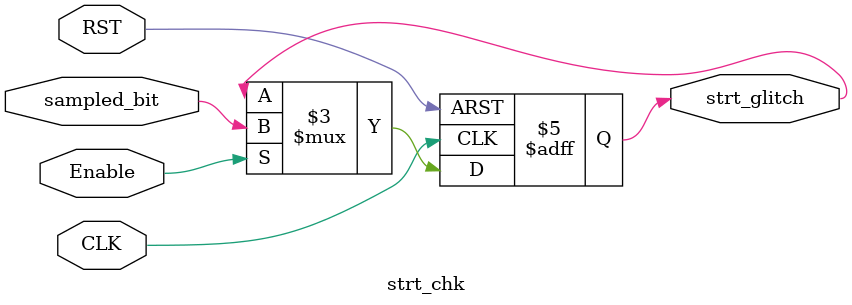
<source format=v>

module strt_chk (
 input   wire                  CLK,
 input   wire                  RST,
 input   wire                  sampled_bit,
 input   wire                  Enable, 
 output  reg                   strt_glitch
);

 
              
// error check
always @ (posedge CLK or negedge RST)
 begin
  if(!RST)
   begin
    strt_glitch <= 'b0 ;
   end
  else if(Enable)
   begin
    strt_glitch <= sampled_bit ;
   end
 end
 

 
endmodule

</source>
